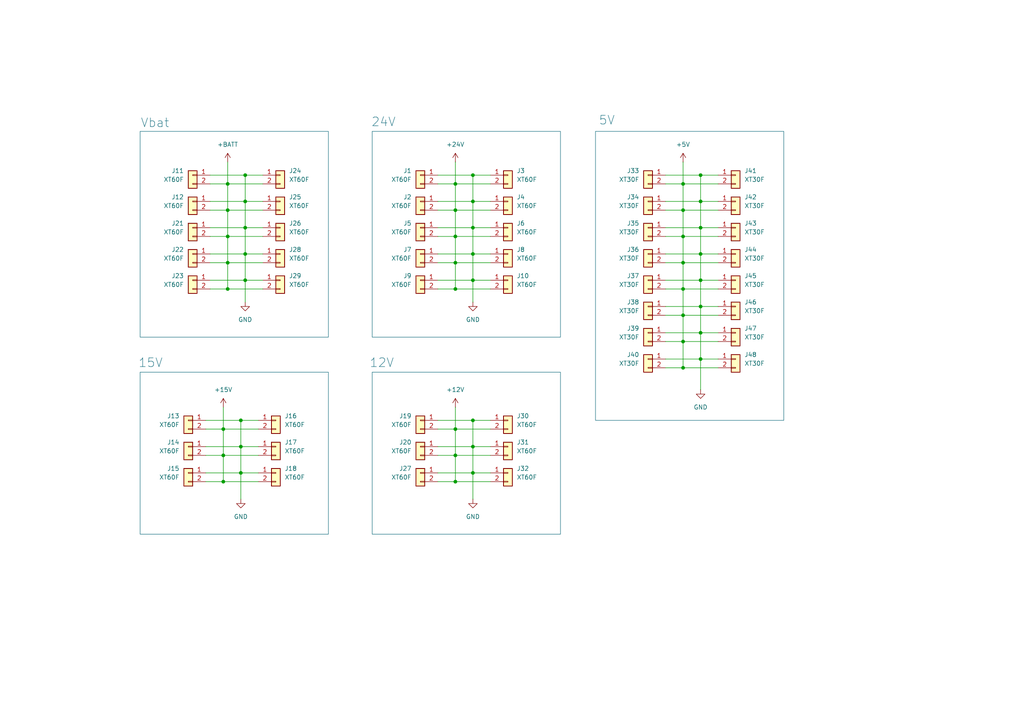
<source format=kicad_sch>
(kicad_sch (version 20231120) (generator "eeschema") (generator_version "8.0")
  (paper "A4")
  (title_block (title "Terminal Block") (rev "1") (company "Xplore") (comment 1 "Pedro Conde"))
  (lib_symbols
    (symbol "Connector_Generic:Conn_01x02" (pin_names (offset 1.016) hide)
      (property "Reference" "J" (at 0 2.54 0))
      (property "Value" "Conn_01x02" (at 0 -5.08 0))
      (symbol "Conn_01x02_1_1"
        (rectangle (start -1.27 -2.413) (end 0 -2.667) (stroke (width 0.1524)))
        (rectangle (start -1.27 0.127) (end 0 -0.127) (stroke (width 0.1524)))
        (rectangle (start -1.27 1.27) (end 1.27 -3.81) (stroke (width 0.254)) (fill (type background)))
        (pin passive line (at -5.08 0 0) (length 3.81) (name "Pin_1") (number "1"))
        (pin passive line (at -5.08 -2.54 0) (length 3.81) (name "Pin_2") (number "2"))
      )
    )
    (symbol "power:+12V" (power) (pin_numbers hide) (pin_names (offset 0) hide)
      (property "Value" "+12V" (at 0 3.556 0))
      (symbol "+12V_0_1"
        (polyline (pts (xy -0.762 1.27) (xy 0 2.54)))
        (polyline (pts (xy 0 0) (xy 0 2.54)))
        (polyline (pts (xy 0 2.54) (xy 0.762 1.27)))
      )
      (symbol "+12V_1_1"
        (pin power_in line (at 0 0 90) (length 0) (name "~") (number "1"))
      )
    )
    (symbol "power:+15V" (power) (pin_numbers hide) (pin_names (offset 0) hide)
      (property "Value" "+15V" (at 0 3.556 0))
      (symbol "+15V_0_1"
        (polyline (pts (xy -0.762 1.27) (xy 0 2.54)))
        (polyline (pts (xy 0 0) (xy 0 2.54)))
        (polyline (pts (xy 0 2.54) (xy 0.762 1.27)))
      )
      (symbol "+15V_1_1"
        (pin power_in line (at 0 0 90) (length 0) (name "~") (number "1"))
      )
    )
    (symbol "power:+24V" (power) (pin_numbers hide) (pin_names (offset 0) hide)
      (property "Value" "+24V" (at 0 3.556 0))
      (symbol "+24V_0_1"
        (polyline (pts (xy -0.762 1.27) (xy 0 2.54)))
        (polyline (pts (xy 0 0) (xy 0 2.54)))
        (polyline (pts (xy 0 2.54) (xy 0.762 1.27)))
      )
      (symbol "+24V_1_1"
        (pin power_in line (at 0 0 90) (length 0) (name "~") (number "1"))
      )
    )
    (symbol "power:+5V" (power) (pin_numbers hide) (pin_names (offset 0) hide)
      (property "Value" "+5V" (at 0 3.556 0))
      (symbol "+5V_0_1"
        (polyline (pts (xy -0.762 1.27) (xy 0 2.54)))
        (polyline (pts (xy 0 0) (xy 0 2.54)))
        (polyline (pts (xy 0 2.54) (xy 0.762 1.27)))
      )
      (symbol "+5V_1_1"
        (pin power_in line (at 0 0 90) (length 0) (name "~") (number "1"))
      )
    )
    (symbol "power:+BATT" (power) (pin_numbers hide) (pin_names (offset 0) hide)
      (property "Value" "+BATT" (at 0 3.556 0))
      (symbol "+BATT_0_1"
        (polyline (pts (xy -0.762 1.27) (xy 0 2.54)))
        (polyline (pts (xy 0 0) (xy 0 2.54)))
        (polyline (pts (xy 0 2.54) (xy 0.762 1.27)))
      )
      (symbol "+BATT_1_1"
        (pin power_in line (at 0 0 90) (length 0) (name "~") (number "1"))
      )
    )
    (symbol "power:GND" (power) (pin_numbers hide) (pin_names (offset 0) hide)
      (property "Value" "GND" (at 0 -3.81 0))
      (symbol "GND_0_1"
        (polyline (pts (xy 0 0) (xy 0 -1.27) (xy 1.27 -1.27) (xy 0 -2.54) (xy -1.27 -1.27) (xy 0 -1.27)))
      )
      (symbol "GND_1_1"
        (pin power_in line (at 0 0 270) (length 0) (name "~") (number "1"))
      )
    )
  )
  (junction (at 132.08 53.34))
  (junction (at 69.85 129.54))
  (junction (at 198.12 106.68))
  (junction (at 132.08 60.96))
  (junction (at 198.12 76.2))
  (junction (at 203.2 66.04))
  (junction (at 203.2 73.66))
  (junction (at 69.85 137.16))
  (junction (at 66.04 83.82))
  (junction (at 137.16 73.66))
  (junction (at 203.2 104.14))
  (junction (at 137.16 121.92))
  (junction (at 66.04 76.2))
  (junction (at 66.04 60.96))
  (junction (at 198.12 60.96))
  (junction (at 132.08 76.2))
  (junction (at 132.08 83.82))
  (junction (at 137.16 137.16))
  (junction (at 137.16 58.42))
  (junction (at 203.2 81.28))
  (junction (at 132.08 124.46))
  (junction (at 198.12 68.58))
  (junction (at 137.16 81.28))
  (junction (at 137.16 129.54))
  (junction (at 64.77 124.46))
  (junction (at 132.08 68.58))
  (junction (at 203.2 58.42))
  (junction (at 132.08 139.7))
  (junction (at 203.2 50.8))
  (junction (at 71.12 73.66))
  (junction (at 198.12 91.44))
  (junction (at 137.16 66.04))
  (junction (at 71.12 58.42))
  (junction (at 71.12 66.04))
  (junction (at 137.16 50.8))
  (junction (at 64.77 132.08))
  (junction (at 66.04 53.34))
  (junction (at 132.08 132.08))
  (junction (at 66.04 68.58))
  (junction (at 203.2 88.9))
  (junction (at 198.12 99.06))
  (junction (at 71.12 50.8))
  (junction (at 71.12 81.28))
  (junction (at 198.12 83.82))
  (junction (at 198.12 53.34))
  (junction (at 64.77 139.7))
  (junction (at 69.85 121.92))
  (junction (at 203.2 96.52))
  (wire (pts (xy 137.16 129.54) (xy 142.24 129.54)))
  (wire (pts (xy 203.2 73.66) (xy 203.2 81.28)))
  (wire (pts (xy 132.08 60.96) (xy 132.08 68.58)))
  (wire (pts (xy 66.04 53.34) (xy 66.04 60.96)))
  (wire (pts (xy 71.12 81.28) (xy 71.12 87.63)))
  (wire (pts (xy 193.04 66.04) (xy 203.2 66.04)))
  (wire (pts (xy 198.12 68.58) (xy 208.28 68.58)))
  (wire (pts (xy 198.12 53.34) (xy 208.28 53.34)))
  (wire (pts (xy 59.69 129.54) (xy 69.85 129.54)))
  (wire (pts (xy 59.69 139.7) (xy 64.77 139.7)))
  (wire (pts (xy 59.69 121.92) (xy 69.85 121.92)))
  (wire (pts (xy 127 76.2) (xy 132.08 76.2)))
  (wire (pts (xy 60.96 66.04) (xy 71.12 66.04)))
  (wire (pts (xy 193.04 88.9) (xy 203.2 88.9)))
  (wire (pts (xy 69.85 129.54) (xy 74.93 129.54)))
  (wire (pts (xy 193.04 60.96) (xy 198.12 60.96)))
  (wire (pts (xy 193.04 83.82) (xy 198.12 83.82)))
  (wire (pts (xy 137.16 137.16) (xy 142.24 137.16)))
  (wire (pts (xy 137.16 50.8) (xy 137.16 58.42)))
  (wire (pts (xy 132.08 139.7) (xy 142.24 139.7)))
  (wire (pts (xy 60.96 76.2) (xy 66.04 76.2)))
  (wire (pts (xy 203.2 88.9) (xy 203.2 96.52)))
  (wire (pts (xy 193.04 53.34) (xy 198.12 53.34)))
  (wire (pts (xy 203.2 50.8) (xy 208.28 50.8)))
  (wire (pts (xy 132.08 132.08) (xy 132.08 139.7)))
  (wire (pts (xy 66.04 76.2) (xy 76.2 76.2)))
  (wire (pts (xy 64.77 132.08) (xy 74.93 132.08)))
  (wire (pts (xy 127 139.7) (xy 132.08 139.7)))
  (wire (pts (xy 203.2 58.42) (xy 203.2 66.04)))
  (wire (pts (xy 132.08 124.46) (xy 142.24 124.46)))
  (wire (pts (xy 132.08 68.58) (xy 142.24 68.58)))
  (wire (pts (xy 137.16 81.28) (xy 137.16 87.63)))
  (wire (pts (xy 198.12 106.68) (xy 208.28 106.68)))
  (wire (pts (xy 132.08 46.99) (xy 132.08 53.34)))
  (wire (pts (xy 132.08 124.46) (xy 132.08 132.08)))
  (wire (pts (xy 66.04 76.2) (xy 66.04 83.82)))
  (wire (pts (xy 132.08 60.96) (xy 142.24 60.96)))
  (wire (pts (xy 137.16 58.42) (xy 142.24 58.42)))
  (wire (pts (xy 132.08 76.2) (xy 132.08 83.82)))
  (wire (pts (xy 127 129.54) (xy 137.16 129.54)))
  (wire (pts (xy 198.12 53.34) (xy 198.12 60.96)))
  (wire (pts (xy 69.85 137.16) (xy 74.93 137.16)))
  (wire (pts (xy 137.16 121.92) (xy 137.16 129.54)))
  (wire (pts (xy 203.2 73.66) (xy 208.28 73.66)))
  (wire (pts (xy 71.12 73.66) (xy 71.12 81.28)))
  (wire (pts (xy 132.08 68.58) (xy 132.08 76.2)))
  (wire (pts (xy 193.04 50.8) (xy 203.2 50.8)))
  (wire (pts (xy 71.12 50.8) (xy 76.2 50.8)))
  (wire (pts (xy 71.12 66.04) (xy 76.2 66.04)))
  (wire (pts (xy 60.96 50.8) (xy 71.12 50.8)))
  (wire (pts (xy 203.2 58.42) (xy 208.28 58.42)))
  (wire (pts (xy 137.16 129.54) (xy 137.16 137.16)))
  (wire (pts (xy 193.04 96.52) (xy 203.2 96.52)))
  (wire (pts (xy 137.16 66.04) (xy 137.16 73.66)))
  (wire (pts (xy 127 137.16) (xy 137.16 137.16)))
  (wire (pts (xy 198.12 76.2) (xy 208.28 76.2)))
  (wire (pts (xy 66.04 68.58) (xy 76.2 68.58)))
  (wire (pts (xy 198.12 60.96) (xy 198.12 68.58)))
  (wire (pts (xy 137.16 50.8) (xy 142.24 50.8)))
  (wire (pts (xy 198.12 99.06) (xy 198.12 106.68)))
  (wire (pts (xy 127 58.42) (xy 137.16 58.42)))
  (wire (pts (xy 132.08 118.11) (xy 132.08 124.46)))
  (wire (pts (xy 127 66.04) (xy 137.16 66.04)))
  (wire (pts (xy 132.08 83.82) (xy 142.24 83.82)))
  (wire (pts (xy 66.04 68.58) (xy 66.04 76.2)))
  (wire (pts (xy 193.04 73.66) (xy 203.2 73.66)))
  (wire (pts (xy 66.04 46.99) (xy 66.04 53.34)))
  (wire (pts (xy 69.85 129.54) (xy 69.85 137.16)))
  (wire (pts (xy 60.96 83.82) (xy 66.04 83.82)))
  (wire (pts (xy 198.12 99.06) (xy 208.28 99.06)))
  (wire (pts (xy 127 124.46) (xy 132.08 124.46)))
  (wire (pts (xy 203.2 96.52) (xy 208.28 96.52)))
  (wire (pts (xy 71.12 81.28) (xy 76.2 81.28)))
  (wire (pts (xy 203.2 66.04) (xy 208.28 66.04)))
  (wire (pts (xy 59.69 137.16) (xy 69.85 137.16)))
  (wire (pts (xy 127 68.58) (xy 132.08 68.58)))
  (wire (pts (xy 198.12 91.44) (xy 208.28 91.44)))
  (wire (pts (xy 137.16 137.16) (xy 137.16 144.78)))
  (wire (pts (xy 60.96 81.28) (xy 71.12 81.28)))
  (wire (pts (xy 66.04 83.82) (xy 76.2 83.82)))
  (wire (pts (xy 132.08 53.34) (xy 142.24 53.34)))
  (wire (pts (xy 198.12 83.82) (xy 208.28 83.82)))
  (wire (pts (xy 198.12 46.99) (xy 198.12 53.34)))
  (wire (pts (xy 71.12 66.04) (xy 71.12 73.66)))
  (wire (pts (xy 127 53.34) (xy 132.08 53.34)))
  (wire (pts (xy 137.16 73.66) (xy 137.16 81.28)))
  (wire (pts (xy 59.69 124.46) (xy 64.77 124.46)))
  (wire (pts (xy 203.2 88.9) (xy 208.28 88.9)))
  (wire (pts (xy 203.2 81.28) (xy 203.2 88.9)))
  (wire (pts (xy 71.12 58.42) (xy 71.12 66.04)))
  (wire (pts (xy 64.77 132.08) (xy 64.77 139.7)))
  (wire (pts (xy 60.96 60.96) (xy 66.04 60.96)))
  (wire (pts (xy 127 121.92) (xy 137.16 121.92)))
  (wire (pts (xy 66.04 60.96) (xy 66.04 68.58)))
  (wire (pts (xy 64.77 118.11) (xy 64.77 124.46)))
  (wire (pts (xy 60.96 68.58) (xy 66.04 68.58)))
  (wire (pts (xy 127 73.66) (xy 137.16 73.66)))
  (wire (pts (xy 137.16 121.92) (xy 142.24 121.92)))
  (wire (pts (xy 203.2 66.04) (xy 203.2 73.66)))
  (wire (pts (xy 193.04 68.58) (xy 198.12 68.58)))
  (wire (pts (xy 127 81.28) (xy 137.16 81.28)))
  (wire (pts (xy 69.85 137.16) (xy 69.85 144.78)))
  (wire (pts (xy 203.2 50.8) (xy 203.2 58.42)))
  (wire (pts (xy 71.12 50.8) (xy 71.12 58.42)))
  (wire (pts (xy 60.96 58.42) (xy 71.12 58.42)))
  (wire (pts (xy 59.69 132.08) (xy 64.77 132.08)))
  (wire (pts (xy 132.08 76.2) (xy 142.24 76.2)))
  (wire (pts (xy 193.04 91.44) (xy 198.12 91.44)))
  (wire (pts (xy 127 60.96) (xy 132.08 60.96)))
  (wire (pts (xy 66.04 53.34) (xy 76.2 53.34)))
  (wire (pts (xy 203.2 104.14) (xy 208.28 104.14)))
  (wire (pts (xy 137.16 81.28) (xy 142.24 81.28)))
  (wire (pts (xy 127 132.08) (xy 132.08 132.08)))
  (wire (pts (xy 64.77 139.7) (xy 74.93 139.7)))
  (wire (pts (xy 198.12 60.96) (xy 208.28 60.96)))
  (wire (pts (xy 193.04 58.42) (xy 203.2 58.42)))
  (wire (pts (xy 60.96 73.66) (xy 71.12 73.66)))
  (wire (pts (xy 193.04 104.14) (xy 203.2 104.14)))
  (wire (pts (xy 198.12 68.58) (xy 198.12 76.2)))
  (wire (pts (xy 137.16 73.66) (xy 142.24 73.66)))
  (wire (pts (xy 193.04 76.2) (xy 198.12 76.2)))
  (wire (pts (xy 69.85 121.92) (xy 69.85 129.54)))
  (wire (pts (xy 203.2 104.14) (xy 203.2 113.03)))
  (wire (pts (xy 132.08 132.08) (xy 142.24 132.08)))
  (wire (pts (xy 64.77 124.46) (xy 64.77 132.08)))
  (wire (pts (xy 60.96 53.34) (xy 66.04 53.34)))
  (wire (pts (xy 203.2 96.52) (xy 203.2 104.14)))
  (wire (pts (xy 71.12 73.66) (xy 76.2 73.66)))
  (wire (pts (xy 193.04 81.28) (xy 203.2 81.28)))
  (wire (pts (xy 198.12 76.2) (xy 198.12 83.82)))
  (wire (pts (xy 132.08 53.34) (xy 132.08 60.96)))
  (wire (pts (xy 137.16 58.42) (xy 137.16 66.04)))
  (wire (pts (xy 137.16 66.04) (xy 142.24 66.04)))
  (wire (pts (xy 127 83.82) (xy 132.08 83.82)))
  (wire (pts (xy 127 50.8) (xy 137.16 50.8)))
  (wire (pts (xy 203.2 81.28) (xy 208.28 81.28)))
  (wire (pts (xy 71.12 58.42) (xy 76.2 58.42)))
  (wire (pts (xy 198.12 91.44) (xy 198.12 99.06)))
  (wire (pts (xy 66.04 60.96) (xy 76.2 60.96)))
  (wire (pts (xy 193.04 106.68) (xy 198.12 106.68)))
  (wire (pts (xy 69.85 121.92) (xy 74.93 121.92)))
  (wire (pts (xy 193.04 99.06) (xy 198.12 99.06)))
  (wire (pts (xy 64.77 124.46) (xy 74.93 124.46)))
  (wire (pts (xy 198.12 83.82) (xy 198.12 91.44)))
  (rectangle (start 172.72 38.1) (end 227.33 121.92) (stroke (width 0) (color 40 121 137 1)))
  (rectangle (start 107.95 107.95) (end 162.56 154.94) (stroke (width 0) (color 40 121 137 1)))
  (rectangle (start 107.95 38.1) (end 162.56 97.79) (stroke (width 0) (color 40 121 137 1)))
  (rectangle (start 40.64 38.1) (end 95.25 97.79) (stroke (width 0) (color 40 121 137 1)))
  (rectangle (start 40.64 107.95) (end 95.25 154.94) (stroke (width 0) (color 40 121 137 1)))
  (text "15V\n" (at 43.688 105.41 0) (effects (font (size 2.54 2.54))))
  (text "Vbat" (at 44.958 35.814 0) (effects (font (size 2.54 2.54))))
  (text "24V\n" (at 111.252 35.56 0) (effects (font (size 2.54 2.54))))
  (text "5V" (at 176.022 35.052 0) (effects (font (size 2.54 2.54))))
  (text "12V\n" (at 110.744 105.41 0) (effects (font (size 2.54 2.54))))
  (symbol (lib_id "Connector_Generic:Conn_01x02") (at 80.01 129.54 0) (unit 1)
    (property "Reference" "J17" (at 82.55 128.2699 0) (effects (justify left)))
    (property "Value" "XT60F" (at 82.55 130.8099 0) (effects (justify left)))
    (property "Footprint" "Connector_AMASS:AMASS_XT60-F_1x02_P7.20mm_Vertical" (effects (hide yes)))
    (property "Description" "Generic connector, single row, 01x02, script generated (kicad-library-utils/schlib/autogen/connector/)" (effects (hide yes)))
  )
  (symbol (lib_id "Connector_Generic:Conn_01x02") (at 187.96 50.8 0) (mirror y) (unit 1)
    (property "Reference" "J33" (at 185.42 49.5299 0) (effects (justify left)))
    (property "Value" "XT30F" (at 185.42 52.0699 0) (effects (justify left)))
    (property "Footprint" "Connector_AMASS:AMASS_XT30UPB-F_1x02_P5.0mm_Vertical" (effects (hide yes)))
    (property "Description" "Generic connector, single row, 01x02, script generated (kicad-library-utils/schlib/autogen/connector/)" (effects (hide yes)))
  )
  (symbol (lib_id "Connector_Generic:Conn_01x02") (at 147.32 129.54 0) (unit 1)
    (property "Reference" "J31" (at 149.86 128.2699 0) (effects (justify left)))
    (property "Value" "XT60F" (at 149.86 130.8099 0) (effects (justify left)))
    (property "Footprint" "Connector_AMASS:AMASS_XT60-F_1x02_P7.20mm_Vertical" (effects (hide yes)))
    (property "Description" "Generic connector, single row, 01x02, script generated (kicad-library-utils/schlib/autogen/connector/)" (effects (hide yes)))
  )
  (symbol (lib_id "power:+24V") (at 132.08 46.99 0) (unit 1)
    (property "Reference" "#PWR01" (effects (hide yes)))
    (property "Value" "+24V" (at 132.08 41.91 0))
    (property "Description" "Power symbol creates a global label with name \"+24V\"" (effects (hide yes)))
  )
  (symbol (lib_id "Connector_Generic:Conn_01x02") (at 54.61 121.92 0) (mirror y) (unit 1)
    (property "Reference" "J13" (at 52.07 120.6499 0) (effects (justify left)))
    (property "Value" "XT60F" (at 52.07 123.1899 0) (effects (justify left)))
    (property "Footprint" "Connector_AMASS:AMASS_XT60-F_1x02_P7.20mm_Vertical" (effects (hide yes)))
    (property "Description" "Generic connector, single row, 01x02, script generated (kicad-library-utils/schlib/autogen/connector/)" (effects (hide yes)))
  )
  (symbol (lib_id "Connector_Generic:Conn_01x02") (at 213.36 96.52 0) (unit 1)
    (property "Reference" "J47" (at 215.9 95.2499 0) (effects (justify left)))
    (property "Value" "XT30F" (at 215.9 97.7899 0) (effects (justify left)))
    (property "Footprint" "Connector_AMASS:AMASS_XT30UPB-M_1x02_P5.0mm_Vertical" (effects (hide yes)))
    (property "Description" "Generic connector, single row, 01x02, script generated (kicad-library-utils/schlib/autogen/connector/)" (effects (hide yes)))
  )
  (symbol (lib_id "Connector_Generic:Conn_01x02") (at 213.36 104.14 0) (unit 1)
    (property "Reference" "J48" (at 215.9 102.8699 0) (effects (justify left)))
    (property "Value" "XT30F" (at 215.9 105.4099 0) (effects (justify left)))
    (property "Footprint" "Connector_AMASS:AMASS_XT30UPB-M_1x02_P5.0mm_Vertical" (effects (hide yes)))
    (property "Description" "Generic connector, single row, 01x02, script generated (kicad-library-utils/schlib/autogen/connector/)" (effects (hide yes)))
  )
  (symbol (lib_id "Connector_Generic:Conn_01x02") (at 147.32 121.92 0) (unit 1)
    (property "Reference" "J30" (at 149.86 120.6499 0) (effects (justify left)))
    (property "Value" "XT60F" (at 149.86 123.1899 0) (effects (justify left)))
    (property "Footprint" "Connector_AMASS:AMASS_XT60-F_1x02_P7.20mm_Vertical" (effects (hide yes)))
    (property "Description" "Generic connector, single row, 01x02, script generated (kicad-library-utils/schlib/autogen/connector/)" (effects (hide yes)))
  )
  (symbol (lib_id "Connector_Generic:Conn_01x02") (at 80.01 137.16 0) (unit 1)
    (property "Reference" "J18" (at 82.55 135.8899 0) (effects (justify left)))
    (property "Value" "XT60F" (at 82.55 138.4299 0) (effects (justify left)))
    (property "Footprint" "Connector_AMASS:AMASS_XT60-F_1x02_P7.20mm_Vertical" (effects (hide yes)))
    (property "Description" "Generic connector, single row, 01x02, script generated (kicad-library-utils/schlib/autogen/connector/)" (effects (hide yes)))
  )
  (symbol (lib_id "Connector_Generic:Conn_01x02") (at 80.01 121.92 0) (unit 1)
    (property "Reference" "J16" (at 82.55 120.6499 0) (effects (justify left)))
    (property "Value" "XT60F" (at 82.55 123.1899 0) (effects (justify left)))
    (property "Footprint" "Connector_AMASS:AMASS_XT60-F_1x02_P7.20mm_Vertical" (effects (hide yes)))
    (property "Description" "Generic connector, single row, 01x02, script generated (kicad-library-utils/schlib/autogen/connector/)" (effects (hide yes)))
  )
  (symbol (lib_id "Connector_Generic:Conn_01x02") (at 55.88 58.42 0) (mirror y) (unit 1)
    (property "Reference" "J12" (at 53.34 57.1499 0) (effects (justify left)))
    (property "Value" "XT60F" (at 53.34 59.6899 0) (effects (justify left)))
    (property "Footprint" "Connector_AMASS:AMASS_XT60-F_1x02_P7.20mm_Vertical" (effects (hide yes)))
    (property "Description" "Generic connector, single row, 01x02, script generated (kicad-library-utils/schlib/autogen/connector/)" (effects (hide yes)))
  )
  (symbol (lib_id "Connector_Generic:Conn_01x02") (at 147.32 81.28 0) (unit 1)
    (property "Reference" "J10" (at 149.86 80.0099 0) (effects (justify left)))
    (property "Value" "XT60F" (at 149.86 82.5499 0) (effects (justify left)))
    (property "Footprint" "Connector_AMASS:AMASS_XT60-F_1x02_P7.20mm_Vertical" (effects (hide yes)))
    (property "Description" "Generic connector, single row, 01x02, script generated (kicad-library-utils/schlib/autogen/connector/)" (effects (hide yes)))
  )
  (symbol (lib_id "Connector_Generic:Conn_01x02") (at 147.32 50.8 0) (unit 1)
    (property "Reference" "J3" (at 149.86 49.5299 0) (effects (justify left)))
    (property "Value" "XT60F" (at 149.86 52.0699 0) (effects (justify left)))
    (property "Footprint" "Connector_AMASS:AMASS_XT60-F_1x02_P7.20mm_Vertical" (effects (hide yes)))
    (property "Description" "Generic connector, single row, 01x02, script generated (kicad-library-utils/schlib/autogen/connector/)" (effects (hide yes)))
  )
  (symbol (lib_id "Connector_Generic:Conn_01x02") (at 54.61 129.54 0) (mirror y) (unit 1)
    (property "Reference" "J14" (at 52.07 128.2699 0) (effects (justify left)))
    (property "Value" "XT60F" (at 52.07 130.8099 0) (effects (justify left)))
    (property "Footprint" "Connector_AMASS:AMASS_XT60-F_1x02_P7.20mm_Vertical" (effects (hide yes)))
    (property "Description" "Generic connector, single row, 01x02, script generated (kicad-library-utils/schlib/autogen/connector/)" (effects (hide yes)))
  )
  (symbol (lib_id "Connector_Generic:Conn_01x02") (at 187.96 104.14 0) (mirror y) (unit 1)
    (property "Reference" "J40" (at 185.42 102.8699 0) (effects (justify left)))
    (property "Value" "XT30F" (at 185.42 105.4099 0) (effects (justify left)))
    (property "Footprint" "Connector_AMASS:AMASS_XT30UPB-M_1x02_P5.0mm_Vertical" (effects (hide yes)))
    (property "Description" "Generic connector, single row, 01x02, script generated (kicad-library-utils/schlib/autogen/connector/)" (effects (hide yes)))
  )
  (symbol (lib_id "Connector_Generic:Conn_01x02") (at 121.92 81.28 0) (mirror y) (unit 1)
    (property "Reference" "J9" (at 119.38 80.0099 0) (effects (justify left)))
    (property "Value" "XT60F" (at 119.38 82.5499 0) (effects (justify left)))
    (property "Footprint" "Connector_AMASS:AMASS_XT60-F_1x02_P7.20mm_Vertical" (effects (hide yes)))
    (property "Description" "Generic connector, single row, 01x02, script generated (kicad-library-utils/schlib/autogen/connector/)" (effects (hide yes)))
  )
  (symbol (lib_id "Connector_Generic:Conn_01x02") (at 147.32 66.04 0) (unit 1)
    (property "Reference" "J6" (at 149.86 64.7699 0) (effects (justify left)))
    (property "Value" "XT60F" (at 149.86 67.3099 0) (effects (justify left)))
    (property "Footprint" "Connector_AMASS:AMASS_XT60-F_1x02_P7.20mm_Vertical" (effects (hide yes)))
    (property "Description" "Generic connector, single row, 01x02, script generated (kicad-library-utils/schlib/autogen/connector/)" (effects (hide yes)))
  )
  (symbol (lib_id "Connector_Generic:Conn_01x02") (at 81.28 50.8 0) (unit 1)
    (property "Reference" "J24" (at 83.82 49.5299 0) (effects (justify left)))
    (property "Value" "XT60F" (at 83.82 52.0699 0) (effects (justify left)))
    (property "Footprint" "Connector_AMASS:AMASS_XT60-F_1x02_P7.20mm_Vertical" (effects (hide yes)))
    (property "Description" "Generic connector, single row, 01x02, script generated (kicad-library-utils/schlib/autogen/connector/)" (effects (hide yes)))
  )
  (symbol (lib_id "Connector_Generic:Conn_01x02") (at 121.92 50.8 0) (mirror y) (unit 1)
    (property "Reference" "J1" (at 119.38 49.5299 0) (effects (justify left)))
    (property "Value" "XT60F" (at 119.38 52.0699 0) (effects (justify left)))
    (property "Footprint" "Connector_AMASS:AMASS_XT60-F_1x02_P7.20mm_Vertical" (effects (hide yes)))
    (property "Description" "Generic connector, single row, 01x02, script generated (kicad-library-utils/schlib/autogen/connector/)" (effects (hide yes)))
  )
  (symbol (lib_id "Connector_Generic:Conn_01x02") (at 54.61 137.16 0) (mirror y) (unit 1)
    (property "Reference" "J15" (at 52.07 135.8899 0) (effects (justify left)))
    (property "Value" "XT60F" (at 52.07 138.4299 0) (effects (justify left)))
    (property "Footprint" "Connector_AMASS:AMASS_XT60-F_1x02_P7.20mm_Vertical" (effects (hide yes)))
    (property "Description" "Generic connector, single row, 01x02, script generated (kicad-library-utils/schlib/autogen/connector/)" (effects (hide yes)))
  )
  (symbol (lib_id "Connector_Generic:Conn_01x02") (at 121.92 66.04 0) (mirror y) (unit 1)
    (property "Reference" "J5" (at 119.38 64.7699 0) (effects (justify left)))
    (property "Value" "XT60F" (at 119.38 67.3099 0) (effects (justify left)))
    (property "Footprint" "Connector_AMASS:AMASS_XT60-F_1x02_P7.20mm_Vertical" (effects (hide yes)))
    (property "Description" "Generic connector, single row, 01x02, script generated (kicad-library-utils/schlib/autogen/connector/)" (effects (hide yes)))
  )
  (symbol (lib_id "Connector_Generic:Conn_01x02") (at 187.96 81.28 0) (mirror y) (unit 1)
    (property "Reference" "J37" (at 185.42 80.0099 0) (effects (justify left)))
    (property "Value" "XT30F" (at 185.42 82.5499 0) (effects (justify left)))
    (property "Footprint" "Connector_AMASS:AMASS_XT30UPB-M_1x02_P5.0mm_Vertical" (effects (hide yes)))
    (property "Description" "Generic connector, single row, 01x02, script generated (kicad-library-utils/schlib/autogen/connector/)" (effects (hide yes)))
  )
  (symbol (lib_id "Connector_Generic:Conn_01x02") (at 121.92 58.42 0) (mirror y) (unit 1)
    (property "Reference" "J2" (at 119.38 57.1499 0) (effects (justify left)))
    (property "Value" "XT60F" (at 119.38 59.6899 0) (effects (justify left)))
    (property "Footprint" "Connector_AMASS:AMASS_XT60-F_1x02_P7.20mm_Vertical" (effects (hide yes)))
    (property "Description" "Generic connector, single row, 01x02, script generated (kicad-library-utils/schlib/autogen/connector/)" (effects (hide yes)))
  )
  (symbol (lib_id "Connector_Generic:Conn_01x02") (at 81.28 66.04 0) (unit 1)
    (property "Reference" "J26" (at 83.82 64.7699 0) (effects (justify left)))
    (property "Value" "XT60F" (at 83.82 67.3099 0) (effects (justify left)))
    (property "Footprint" "Connector_AMASS:AMASS_XT60-F_1x02_P7.20mm_Vertical" (effects (hide yes)))
    (property "Description" "Generic connector, single row, 01x02, script generated (kicad-library-utils/schlib/autogen/connector/)" (effects (hide yes)))
  )
  (symbol (lib_id "Connector_Generic:Conn_01x02") (at 187.96 66.04 0) (mirror y) (unit 1)
    (property "Reference" "J35" (at 185.42 64.7699 0) (effects (justify left)))
    (property "Value" "XT30F" (at 185.42 67.3099 0) (effects (justify left)))
    (property "Footprint" "Connector_AMASS:AMASS_XT30UPB-M_1x02_P5.0mm_Vertical" (effects (hide yes)))
    (property "Description" "Generic connector, single row, 01x02, script generated (kicad-library-utils/schlib/autogen/connector/)" (effects (hide yes)))
  )
  (symbol (lib_id "power:GND") (at 137.16 144.78 0) (unit 1)
    (property "Reference" "#PWR010" (effects (hide yes)))
    (property "Value" "GND" (at 137.16 149.86 0))
    (property "Description" "Power symbol creates a global label with name \"GND\" , ground" (effects (hide yes)))
  )
  (symbol (lib_id "Connector_Generic:Conn_01x02") (at 81.28 81.28 0) (unit 1)
    (property "Reference" "J29" (at 83.82 80.0099 0) (effects (justify left)))
    (property "Value" "XT60F" (at 83.82 82.5499 0) (effects (justify left)))
    (property "Footprint" "Connector_AMASS:AMASS_XT60-F_1x02_P7.20mm_Vertical" (effects (hide yes)))
    (property "Description" "Generic connector, single row, 01x02, script generated (kicad-library-utils/schlib/autogen/connector/)" (effects (hide yes)))
  )
  (symbol (lib_id "power:GND") (at 203.2 113.03 0) (unit 1)
    (property "Reference" "#PWR09" (effects (hide yes)))
    (property "Value" "GND" (at 203.2 118.11 0))
    (property "Description" "Power symbol creates a global label with name \"GND\" , ground" (effects (hide yes)))
  )
  (symbol (lib_id "Connector_Generic:Conn_01x02") (at 213.36 66.04 0) (unit 1)
    (property "Reference" "J43" (at 215.9 64.7699 0) (effects (justify left)))
    (property "Value" "XT30F" (at 215.9 67.3099 0) (effects (justify left)))
    (property "Footprint" "Connector_AMASS:AMASS_XT30UPB-M_1x02_P5.0mm_Vertical" (effects (hide yes)))
    (property "Description" "Generic connector, single row, 01x02, script generated (kicad-library-utils/schlib/autogen/connector/)" (effects (hide yes)))
  )
  (symbol (lib_id "Connector_Generic:Conn_01x02") (at 81.28 58.42 0) (unit 1)
    (property "Reference" "J25" (at 83.82 57.1499 0) (effects (justify left)))
    (property "Value" "XT60F" (at 83.82 59.6899 0) (effects (justify left)))
    (property "Footprint" "Connector_AMASS:AMASS_XT60-F_1x02_P7.20mm_Vertical" (effects (hide yes)))
    (property "Description" "Generic connector, single row, 01x02, script generated (kicad-library-utils/schlib/autogen/connector/)" (effects (hide yes)))
  )
  (symbol (lib_id "Connector_Generic:Conn_01x02") (at 55.88 73.66 0) (mirror y) (unit 1)
    (property "Reference" "J22" (at 53.34 72.3899 0) (effects (justify left)))
    (property "Value" "XT60F" (at 53.34 74.9299 0) (effects (justify left)))
    (property "Footprint" "Connector_AMASS:AMASS_XT60-F_1x02_P7.20mm_Vertical" (effects (hide yes)))
    (property "Description" "Generic connector, single row, 01x02, script generated (kicad-library-utils/schlib/autogen/connector/)" (effects (hide yes)))
  )
  (symbol (lib_id "Connector_Generic:Conn_01x02") (at 187.96 96.52 0) (mirror y) (unit 1)
    (property "Reference" "J39" (at 185.42 95.2499 0) (effects (justify left)))
    (property "Value" "XT30F" (at 185.42 97.7899 0) (effects (justify left)))
    (property "Footprint" "Connector_AMASS:AMASS_XT30UPB-M_1x02_P5.0mm_Vertical" (effects (hide yes)))
    (property "Description" "Generic connector, single row, 01x02, script generated (kicad-library-utils/schlib/autogen/connector/)" (effects (hide yes)))
  )
  (symbol (lib_id "power:+15V") (at 64.77 118.11 0) (unit 1)
    (property "Reference" "#PWR05" (effects (hide yes)))
    (property "Value" "+15V" (at 64.77 113.03 0))
    (property "Description" "Power symbol creates a global label with name \"+15V\"" (effects (hide yes)))
  )
  (symbol (lib_id "Connector_Generic:Conn_01x02") (at 213.36 58.42 0) (unit 1)
    (property "Reference" "J42" (at 215.9 57.1499 0) (effects (justify left)))
    (property "Value" "XT30F" (at 215.9 59.6899 0) (effects (justify left)))
    (property "Footprint" "Connector_AMASS:AMASS_XT30UPB-M_1x02_P5.0mm_Vertical" (effects (hide yes)))
    (property "Description" "Generic connector, single row, 01x02, script generated (kicad-library-utils/schlib/autogen/connector/)" (effects (hide yes)))
  )
  (symbol (lib_id "Connector_Generic:Conn_01x02") (at 147.32 137.16 0) (unit 1)
    (property "Reference" "J32" (at 149.86 135.8899 0) (effects (justify left)))
    (property "Value" "XT60F" (at 149.86 138.4299 0) (effects (justify left)))
    (property "Footprint" "Connector_AMASS:AMASS_XT60-F_1x02_P7.20mm_Vertical" (effects (hide yes)))
    (property "Description" "Generic connector, single row, 01x02, script generated (kicad-library-utils/schlib/autogen/connector/)" (effects (hide yes)))
  )
  (symbol (lib_id "Connector_Generic:Conn_01x02") (at 213.36 50.8 0) (unit 1)
    (property "Reference" "J41" (at 215.9 49.5299 0) (effects (justify left)))
    (property "Value" "XT30F" (at 215.9 52.0699 0) (effects (justify left)))
    (property "Footprint" "Connector_AMASS:AMASS_XT30UPB-M_1x02_P5.0mm_Vertical" (effects (hide yes)))
    (property "Description" "Generic connector, single row, 01x02, script generated (kicad-library-utils/schlib/autogen/connector/)" (effects (hide yes)))
  )
  (symbol (lib_id "Connector_Generic:Conn_01x02") (at 147.32 58.42 0) (unit 1)
    (property "Reference" "J4" (at 149.86 57.1499 0) (effects (justify left)))
    (property "Value" "XT60F" (at 149.86 59.6899 0) (effects (justify left)))
    (property "Footprint" "Connector_AMASS:AMASS_XT60-F_1x02_P7.20mm_Vertical" (effects (hide yes)))
    (property "Description" "Generic connector, single row, 01x02, script generated (kicad-library-utils/schlib/autogen/connector/)" (effects (hide yes)))
  )
  (symbol (lib_id "power:+12V") (at 132.08 118.11 0) (unit 1)
    (property "Reference" "#PWR03" (effects (hide yes)))
    (property "Value" "+12V" (at 132.08 113.03 0))
    (property "Description" "Power symbol creates a global label with name \"+12V\"" (effects (hide yes)))
  )
  (symbol (lib_id "Connector_Generic:Conn_01x02") (at 213.36 88.9 0) (unit 1)
    (property "Reference" "J46" (at 215.9 87.6299 0) (effects (justify left)))
    (property "Value" "XT30F" (at 215.9 90.1699 0) (effects (justify left)))
    (property "Footprint" "Connector_AMASS:AMASS_XT30UPB-M_1x02_P5.0mm_Vertical" (effects (hide yes)))
    (property "Description" "Generic connector, single row, 01x02, script generated (kicad-library-utils/schlib/autogen/connector/)" (effects (hide yes)))
  )
  (symbol (lib_id "Connector_Generic:Conn_01x02") (at 121.92 121.92 0) (mirror y) (unit 1)
    (property "Reference" "J19" (at 119.38 120.6499 0) (effects (justify left)))
    (property "Value" "XT60F" (at 119.38 123.1899 0) (effects (justify left)))
    (property "Footprint" "Connector_AMASS:AMASS_XT60-F_1x02_P7.20mm_Vertical" (effects (hide yes)))
    (property "Description" "Generic connector, single row, 01x02, script generated (kicad-library-utils/schlib/autogen/connector/)" (effects (hide yes)))
  )
  (symbol (lib_id "Connector_Generic:Conn_01x02") (at 81.28 73.66 0) (unit 1)
    (property "Reference" "J28" (at 83.82 72.3899 0) (effects (justify left)))
    (property "Value" "XT60F" (at 83.82 74.9299 0) (effects (justify left)))
    (property "Footprint" "Connector_AMASS:AMASS_XT60-F_1x02_P7.20mm_Vertical" (effects (hide yes)))
    (property "Description" "Generic connector, single row, 01x02, script generated (kicad-library-utils/schlib/autogen/connector/)" (effects (hide yes)))
  )
  (symbol (lib_id "power:GND") (at 69.85 144.78 0) (unit 1)
    (property "Reference" "#PWR04" (effects (hide yes)))
    (property "Value" "GND" (at 69.85 149.86 0))
    (property "Description" "Power symbol creates a global label with name \"GND\" , ground" (effects (hide yes)))
  )
  (symbol (lib_id "power:+5V") (at 198.12 46.99 0) (unit 1)
    (property "Reference" "#PWR08" (effects (hide yes)))
    (property "Value" "+5V" (at 198.12 41.91 0))
    (property "Description" "Power symbol creates a global label with name \"+5V\"" (effects (hide yes)))
  )
  (symbol (lib_id "Connector_Generic:Conn_01x02") (at 187.96 58.42 0) (mirror y) (unit 1)
    (property "Reference" "J34" (at 185.42 57.1499 0) (effects (justify left)))
    (property "Value" "XT30F" (at 185.42 59.6899 0) (effects (justify left)))
    (property "Footprint" "Connector_AMASS:AMASS_XT30UPB-M_1x02_P5.0mm_Vertical" (effects (hide yes)))
    (property "Description" "Generic connector, single row, 01x02, script generated (kicad-library-utils/schlib/autogen/connector/)" (effects (hide yes)))
  )
  (symbol (lib_id "Connector_Generic:Conn_01x02") (at 213.36 81.28 0) (unit 1)
    (property "Reference" "J45" (at 215.9 80.0099 0) (effects (justify left)))
    (property "Value" "XT30F" (at 215.9 82.5499 0) (effects (justify left)))
    (property "Footprint" "Connector_AMASS:AMASS_XT30UPB-M_1x02_P5.0mm_Vertical" (effects (hide yes)))
    (property "Description" "Generic connector, single row, 01x02, script generated (kicad-library-utils/schlib/autogen/connector/)" (effects (hide yes)))
  )
  (symbol (lib_id "Connector_Generic:Conn_01x02") (at 121.92 129.54 0) (mirror y) (unit 1)
    (property "Reference" "J20" (at 119.38 128.2699 0) (effects (justify left)))
    (property "Value" "XT60F" (at 119.38 130.8099 0) (effects (justify left)))
    (property "Footprint" "Connector_AMASS:AMASS_XT60-F_1x02_P7.20mm_Vertical" (effects (hide yes)))
    (property "Description" "Generic connector, single row, 01x02, script generated (kicad-library-utils/schlib/autogen/connector/)" (effects (hide yes)))
  )
  (symbol (lib_id "Connector_Generic:Conn_01x02") (at 55.88 66.04 0) (mirror y) (unit 1)
    (property "Reference" "J21" (at 53.34 64.7699 0) (effects (justify left)))
    (property "Value" "XT60F" (at 53.34 67.3099 0) (effects (justify left)))
    (property "Footprint" "Connector_AMASS:AMASS_XT60-F_1x02_P7.20mm_Vertical" (effects (hide yes)))
    (property "Description" "Generic connector, single row, 01x02, script generated (kicad-library-utils/schlib/autogen/connector/)" (effects (hide yes)))
  )
  (symbol (lib_id "power:GND") (at 71.12 87.63 0) (unit 1)
    (property "Reference" "#PWR07" (effects (hide yes)))
    (property "Value" "GND" (at 71.12 92.71 0))
    (property "Description" "Power symbol creates a global label with name \"GND\" , ground" (effects (hide yes)))
  )
  (symbol (lib_id "power:+BATT") (at 66.04 46.99 0) (unit 1)
    (property "Reference" "#PWR06" (effects (hide yes)))
    (property "Value" "+BATT" (at 66.04 41.91 0))
    (property "Description" "Power symbol creates a global label with name \"+BATT\"" (effects (hide yes)))
  )
  (symbol (lib_id "Connector_Generic:Conn_01x02") (at 55.88 50.8 0) (mirror y) (unit 1)
    (property "Reference" "J11" (at 53.34 49.5299 0) (effects (justify left)))
    (property "Value" "XT60F" (at 53.34 52.0699 0) (effects (justify left)))
    (property "Footprint" "Connector_AMASS:AMASS_XT60-F_1x02_P7.20mm_Vertical" (effects (hide yes)))
    (property "Description" "Generic connector, single row, 01x02, script generated (kicad-library-utils/schlib/autogen/connector/)" (effects (hide yes)))
  )
  (symbol (lib_id "Connector_Generic:Conn_01x02") (at 213.36 73.66 0) (unit 1)
    (property "Reference" "J44" (at 215.9 72.3899 0) (effects (justify left)))
    (property "Value" "XT30F" (at 215.9 74.9299 0) (effects (justify left)))
    (property "Footprint" "Connector_AMASS:AMASS_XT30UPB-M_1x02_P5.0mm_Vertical" (effects (hide yes)))
    (property "Description" "Generic connector, single row, 01x02, script generated (kicad-library-utils/schlib/autogen/connector/)" (effects (hide yes)))
  )
  (symbol (lib_id "power:GND") (at 137.16 87.63 0) (unit 1)
    (property "Reference" "#PWR02" (effects (hide yes)))
    (property "Value" "GND" (at 137.16 92.71 0))
    (property "Description" "Power symbol creates a global label with name \"GND\" , ground" (effects (hide yes)))
  )
  (symbol (lib_id "Connector_Generic:Conn_01x02") (at 55.88 81.28 0) (mirror y) (unit 1)
    (property "Reference" "J23" (at 53.34 80.0099 0) (effects (justify left)))
    (property "Value" "XT60F" (at 53.34 82.5499 0) (effects (justify left)))
    (property "Footprint" "Connector_AMASS:AMASS_XT60-F_1x02_P7.20mm_Vertical" (effects (hide yes)))
    (property "Description" "Generic connector, single row, 01x02, script generated (kicad-library-utils/schlib/autogen/connector/)" (effects (hide yes)))
  )
  (symbol (lib_id "Connector_Generic:Conn_01x02") (at 121.92 137.16 0) (mirror y) (unit 1)
    (property "Reference" "J27" (at 119.38 135.8899 0) (effects (justify left)))
    (property "Value" "XT60F" (at 119.38 138.4299 0) (effects (justify left)))
    (property "Footprint" "Connector_AMASS:AMASS_XT60-F_1x02_P7.20mm_Vertical" (effects (hide yes)))
    (property "Description" "Generic connector, single row, 01x02, script generated (kicad-library-utils/schlib/autogen/connector/)" (effects (hide yes)))
  )
  (symbol (lib_id "Connector_Generic:Conn_01x02") (at 147.32 73.66 0) (unit 1)
    (property "Reference" "J8" (at 149.86 72.3899 0) (effects (justify left)))
    (property "Value" "XT60F" (at 149.86 74.9299 0) (effects (justify left)))
    (property "Footprint" "Connector_AMASS:AMASS_XT60-F_1x02_P7.20mm_Vertical" (effects (hide yes)))
    (property "Description" "Generic connector, single row, 01x02, script generated (kicad-library-utils/schlib/autogen/connector/)" (effects (hide yes)))
  )
  (symbol (lib_id "Connector_Generic:Conn_01x02") (at 187.96 73.66 0) (mirror y) (unit 1)
    (property "Reference" "J36" (at 185.42 72.3899 0) (effects (justify left)))
    (property "Value" "XT30F" (at 185.42 74.9299 0) (effects (justify left)))
    (property "Footprint" "Connector_AMASS:AMASS_XT30UPB-M_1x02_P5.0mm_Vertical" (effects (hide yes)))
    (property "Description" "Generic connector, single row, 01x02, script generated (kicad-library-utils/schlib/autogen/connector/)" (effects (hide yes)))
  )
  (symbol (lib_id "Connector_Generic:Conn_01x02") (at 187.96 88.9 0) (mirror y) (unit 1)
    (property "Reference" "J38" (at 185.42 87.6299 0) (effects (justify left)))
    (property "Value" "XT30F" (at 185.42 90.1699 0) (effects (justify left)))
    (property "Footprint" "Connector_AMASS:AMASS_XT30UPB-M_1x02_P5.0mm_Vertical" (effects (hide yes)))
    (property "Description" "Generic connector, single row, 01x02, script generated (kicad-library-utils/schlib/autogen/connector/)" (effects (hide yes)))
  )
  (symbol (lib_id "Connector_Generic:Conn_01x02") (at 121.92 73.66 0) (mirror y) (unit 1)
    (property "Reference" "J7" (at 119.38 72.3899 0) (effects (justify left)))
    (property "Value" "XT60F" (at 119.38 74.9299 0) (effects (justify left)))
    (property "Footprint" "Connector_AMASS:AMASS_XT60-F_1x02_P7.20mm_Vertical" (effects (hide yes)))
    (property "Description" "Generic connector, single row, 01x02, script generated (kicad-library-utils/schlib/autogen/connector/)" (effects (hide yes)))
  )
)
</source>
